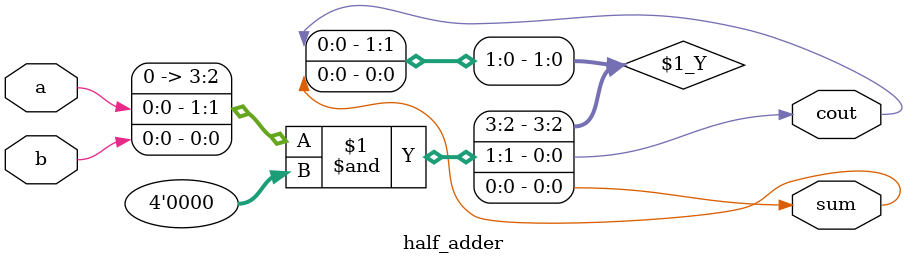
<source format=v>
module half_adder( 
input a, b,
output cout, sum );

wire[3:0] g, p;

assign {cout,sum} = ({a, b}&{4'b0000});

endmodule

</source>
